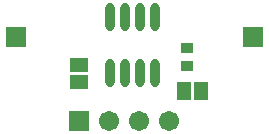
<source format=gts>
G04 Layer_Color=8388736*
%FSLAX25Y25*%
%MOIN*%
G70*
G01*
G75*
%ADD21C,0.06706*%
%ADD22R,0.06706X0.06706*%
%ADD23R,0.05131X0.06312*%
%ADD24R,0.06312X0.05131*%
%ADD25O,0.03162X0.09461*%
%ADD26R,0.04343X0.03556*%
D21*
X169587Y444488D02*
D03*
X159587D02*
D03*
X149587D02*
D03*
D22*
X139587D02*
D03*
X118720Y472441D02*
D03*
X197461D02*
D03*
D23*
X174429Y454331D02*
D03*
X180335D02*
D03*
D24*
X139587Y463189D02*
D03*
Y457283D02*
D03*
D25*
X149803Y460236D02*
D03*
X154803D02*
D03*
X159803D02*
D03*
X164803D02*
D03*
X149803Y479134D02*
D03*
X154803D02*
D03*
X159803D02*
D03*
X164803D02*
D03*
D26*
X175413Y462795D02*
D03*
Y468701D02*
D03*
M02*

</source>
